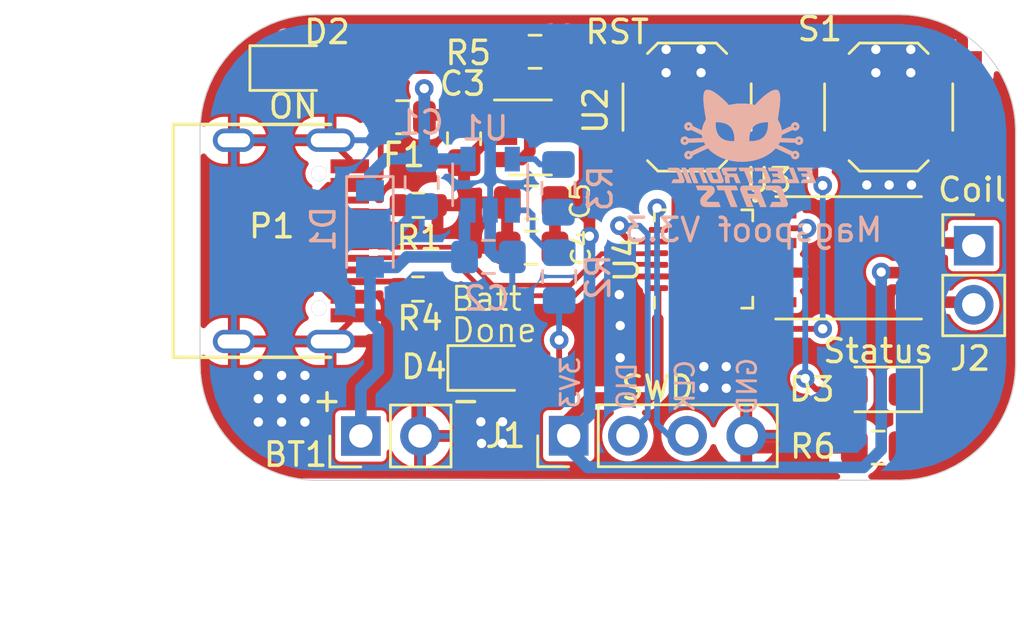
<source format=kicad_pcb>
(kicad_pcb (version 20221018) (generator pcbnew)
  (title_block (title "Magspoof V3") (date "2020-02-04") (rev "3.3v") (company "Electronic Cats") (comment 1 "Eduardo Contreras"))
  (layers (0 "F.Cu" signal) (31 "B.Cu" signal) (34 "B.Paste" user) (35 "F.Paste" user) (36 "B.SilkS" user "B.Silkscreen") (37 "F.SilkS" user "F.Silkscreen") (38 "B.Mask" user) (39 "F.Mask" user) (44 "Edge.Cuts" user))
  (net 0 "")
  (net 1 "GND")
  (net 2 "+3V3")
  (net 3 "VBUS")
  (net 4 "/LED")
  (net 5 "Net-(D2-Pad1)")
  (net 6 "/D+")
  (net 7 "/D-")
  (net 8 "/SWCLK")
  (net 9 "/SWDIO")
  (net 10 "/Out_B")
  (net 11 "/Out_A")
  (net 12 "/RST")
  (net 13 "/SW1")
  (net 14 "/IN_B")
  (net 15 "/IN_A")
  (net 16 "Net-(U3-Pad8)")
  (net 17 "Net-(U3-Pad1)")
  (net 18 "+BATT")
  (net 19 "Net-(D4-Pad2)")
  (net 20 "Net-(D3-Pad1)")
  (net 21 "Net-(R2-Pad1)")
  (net 22 "Net-(U2-Pad4)")
  (net 23 "Net-(U4-Pad17)")
  (net 24 "Net-(U4-Pad16)")
  (net 25 "Net-(U4-Pad15)")
  (net 26 "Net-(U4-Pad14)")
  (net 27 "Net-(U4-Pad13)")
  (net 28 "Net-(U4-Pad12)")
  (net 29 "Net-(U4-Pad10)")
  (net 30 "Net-(U4-Pad9)")
  (net 31 "Net-(U4-Pad6)")
  (net 32 "Net-(U4-Pad5)")
  (net 33 "Net-(U4-Pad4)")
  (net 34 "Net-(U4-Pad3)")
  (net 35 "Net-(U4-Pad2)")
  (net 36 "Net-(F1-Pad1)")
  (net 37 "Net-(P1-PadB5)")
  (net 38 "Net-(P1-PadA5)")
  (net 39 "Net-(R3-Pad1)")
  (footprint "LED_SMD:LED_0805_2012Metric_Pad1.15x1.40mm_HandSolder" (layer "F.Cu") (at 111.5 92.3)
    (fp_text reference "D2" (at 1.45 -1.55) (layer "F.SilkS"))
    (fp_text value "ON" (at 0 1.65) (layer "F.SilkS"))
    (pad "1" smd roundrect (at -1.025 0) (size 1.15 1.4) (layers "F.Cu" "F.Paste" "F.Mask") (roundrect_rratio 0.2173904348) (net 5 "Net-(D2-Pad1)"))
    (pad "2" smd roundrect (at 1.025 0) (size 1.15 1.4) (layers "F.Cu" "F.Paste" "F.Mask") (roundrect_rratio 0.2173904348) (net 2 "+3V3"))
  )
  (footprint "Connector_PinHeader_2.54mm:PinHeader_1x04_P2.54mm_Vertical" (layer "F.Cu") (at 123.32 108.09 90)
    (fp_text reference "J1" (at 0 -2.71 180) (layer "F.SilkS"))
    (fp_text value "SWD" (at 2.06 3.81 180) (layer "F.SilkS"))
    (pad "1" thru_hole rect (at 0 0 90) (size 1.7 1.7) (drill 1) (layers "*.Cu" "*.Mask") (net 2 "+3V3"))
    (pad "2" thru_hole oval (at 0 2.54 90) (size 1.7 1.7) (drill 1) (layers "*.Cu" "*.Mask") (net 9 "/SWDIO"))
    (pad "3" thru_hole oval (at 0 5.08 90) (size 1.7 1.7) (drill 1) (layers "*.Cu" "*.Mask") (net 8 "/SWCLK"))
    (pad "4" thru_hole oval (at 0 7.62 90) (size 1.7 1.7) (drill 1) (layers "*.Cu" "*.Mask") (net 1 "GND"))
  )
  (footprint "Connector_PinHeader_2.54mm:PinHeader_1x02_P2.54mm_Vertical" (layer "F.Cu") (at 140.7 99.925)
    (fp_text reference "J2" (at -0.15 4.85) (layer "F.SilkS"))
    (fp_text value "Coil" (at -0.075 -2.4) (layer "F.SilkS"))
    (pad "1" thru_hole rect (at 0 0) (size 1.7 1.7) (drill 1) (layers "*.Cu" "*.Mask") (net 11 "/Out_A"))
    (pad "2" thru_hole oval (at 0 2.54) (size 1.7 1.7) (drill 1) (layers "*.Cu" "*.Mask") (net 10 "/Out_B"))
  )
  (footprint "Resistor_SMD:R_0805_2012Metric_Pad1.15x1.40mm_HandSolder" (layer "F.Cu") (at 136.6 108.6 180)
    (fp_text reference "R6" (at 2.8 0.05 180) (layer "F.SilkS"))
    (fp_text value "180R")
    (pad "1" smd roundrect (at -1.025 0 180) (size 1.15 1.4) (layers "F.Cu" "F.Paste" "F.Mask") (roundrect_rratio 0.2173904348) (net 20 "Net-(D3-Pad1)"))
    (pad "2" smd roundrect (at 1.025 0 180) (size 1.15 1.4) (layers "F.Cu" "F.Paste" "F.Mask") (roundrect_rratio 0.2173904348) (net 1 "GND"))
  )
  (footprint "Connector_PinHeader_2.54mm:PinHeader_1x02_P2.54mm_Vertical" (layer "F.Cu") (at 114.4 108.1 90)
    (fp_text reference "BT1" (at -0.8 -2.8 180) (layer "F.SilkS"))
    (fp_text value "Battery_Cell")
    (pad "1" thru_hole rect (at 0 0 90) (size 1.7 1.7) (drill 1) (layers "*.Cu" "*.Mask") (net 18 "+BATT"))
    (pad "2" thru_hole oval (at 0 2.54 90) (size 1.7 1.7) (drill 1) (layers "*.Cu" "*.Mask") (net 1 "GND"))
  )
  (footprint "LED_SMD:LED_0805_2012Metric_Pad1.15x1.40mm_HandSolder" (layer "F.Cu") (at 119.995 105.18)
    (fp_text reference "D4" (at -2.885 -0.05 180) (layer "F.SilkS"))
    (fp_text value "CHG")
    (pad "1" smd roundrect (at -1.025 0) (size 1.15 1.4) (layers "F.Cu" "F.Paste" "F.Mask") (roundrect_rratio 0.2173904348) (net 1 "GND"))
    (pad "2" smd roundrect (at 1.025 0) (size 1.15 1.4) (layers "F.Cu" "F.Paste" "F.Mask") (roundrect_rratio 0.2173904348) (net 19 "Net-(D4-Pad2)"))
  )
  (footprint "LED_SMD:LED_0805_2012Metric_Pad1.15x1.40mm_HandSolder" (layer "F.Cu") (at 136.6 106.1 180)
    (fp_text reference "D3" (at 2.85 0 180) (layer "F.SilkS"))
    (fp_text value "Status" (at 0 1.65 180) (layer "F.SilkS"))
    (pad "1" smd roundrect (at -1.025 0 180) (size 1.15 1.4) (layers "F.Cu" "F.Paste" "F.Mask") (roundrect_rratio 0.2173904348) (net 20 "Net-(D3-Pad1)"))
    (pad "2" smd roundrect (at 1.025 0 180) (size 1.15 1.4) (layers "F.Cu" "F.Paste" "F.Mask") (roundrect_rratio 0.2173904348) (net 4 "/LED"))
  )
  (footprint "Button_Switch_SMD:SW_SPST_TL3342" (layer "F.Cu") (at 137.05 93.975)
    (fp_text reference "SW1")
    (fp_text value "S1" (at -2.95 -3.35) (layer "F.SilkS"))
    (pad "1" smd rect (at -3.15 -1.9) (size 1.7 1) (layers "F.Cu" "F.Paste" "F.Mask") (net 1 "GND"))
    (pad "1" smd rect (at 3.15 -1.9) (size 1.7 1) (layers "F.Cu" "F.Paste" "F.Mask") (net 1 "GND"))
    (pad "2" smd rect (at -3.15 1.9) (size 1.7 1) (layers "F.Cu" "F.Paste" "F.Mask") (net 13 "/SW1"))
    (pad "2" smd rect (at 3.15 1.9) (size 1.7 1) (layers "F.Cu" "F.Paste" "F.Mask") (net 13 "/SW1"))
  )
  (footprint "Button_Switch_SMD:SW_SPST_TL3342" (layer "F.Cu") (at 128.4 93.975)
    (fp_text reference "SW2")
    (fp_text value "RST" (at -3 -3.225) (layer "F.SilkS"))
    (pad "1" smd rect (at -3.15 -1.9) (size 1.7 1) (layers "F.Cu" "F.Paste" "F.Mask") (net 1 "GND"))
    (pad "1" smd rect (at 3.15 -1.9) (size 1.7 1) (layers "F.Cu" "F.Paste" "F.Mask") (net 1 "GND"))
    (pad "2" smd rect (at -3.15 1.9) (size 1.7 1) (layers "F.Cu" "F.Paste" "F.Mask") (net 12 "/RST"))
    (pad "2" smd rect (at 3.15 1.9) (size 1.7 1) (layers "F.Cu" "F.Paste" "F.Mask") (net 12 "/RST"))
  )
  (footprint "Package_DFN_QFN:QFN-24-1EP_4x4mm_P0.5mm_EP2.6x2.6mm" (layer "F.Cu") (at 129.1075 100.5 90)
    (fp_text reference "U4" (at 0 -3.3 90) (layer "F.SilkS"))
    (fp_text value "ATSAMD11D14A-M")
    (pad "1" smd roundrect (at -1.9375 -1.25 90) (size 0.825 0.25) (layers "F.Cu" "F.Paste" "F.Mask") (net 13 "/SW1"))
    (pad "2" smd roundrect (at -1.9375 -0.75 90) (size 0.825 0.25) (layers "F.Cu" "F.Paste" "F.Mask") (net 35 "Net-(U4-Pad2)"))
    (pad "3" smd roundrect (at -1.9375 -0.25 90) (size 0.825 0.25) (layers "F.Cu" "F.Paste" "F.Mask") (net 34 "Net-(U4-Pad3)"))
    (pad "4" smd roundrect (at -1.9375 0.25 90) (size 0.825 0.25) (layers "F.Cu" "F.Paste" "F.Mask") (net 33 "Net-(U4-Pad4)"))
    (pad "5" smd roundrect (at -1.9375 0.75 90) (size 0.825 0.25) (layers "F.Cu" "F.Paste" "F.Mask") (net 32 "Net-(U4-Pad5)"))
    (pad "6" smd roundrect (at -1.9375 1.25 90) (size 0.825 0.25) (layers "F.Cu" "F.Paste" "F.Mask") (net 31 "Net-(U4-Pad6)"))
    (pad "7" smd roundrect (at -1.25 1.9375 90) (size 0.25 0.825) (layers "F.Cu" "F.Paste" "F.Mask") (net 15 "/IN_A"))
    (pad "8" smd roundrect (at -0.75 1.9375 90) (size 0.25 0.825) (layers "F.Cu" "F.Paste" "F.Mask") (net 14 "/IN_B"))
    (pad "9" smd roundrect (at -0.25 1.9375 90) (size 0.25 0.825) (layers "F.Cu" "F.Paste" "F.Mask") (net 30 "Net-(U4-Pad9)"))
    (pad "10" smd roundrect (at 0.25 1.9375 90) (size 0.25 0.825) (layers "F.Cu" "F.Paste" "F.Mask") (net 29 "Net-(U4-Pad10)"))
    (pad "11" smd roundrect (at 0.75 1.9375 90) (size 0.25 0.825) (layers "F.Cu" "F.Paste" "F.Mask") (net 4 "/LED"))
    (pad "12" smd roundrect (at 1.25 1.9375 90) (size 0.25 0.825) (layers "F.Cu" "F.Paste" "F.Mask") (net 28 "Net-(U4-Pad12)"))
    (pad "13" smd roundrect (at 1.9375 1.25 90) (size 0.825 0.25) (layers "F.Cu" "F.Paste" "F.Mask") (net 27 "Net-(U4-Pad13)"))
    (pad "14" smd roundrect (at 1.9375 0.75 90) (size 0.825 0.25) (layers "F.Cu" "F.Paste" "F.Mask") (net 26 "Net-(U4-Pad14)"))
    (pad "15" smd roundrect (at 1.9375 0.25 90) (size 0.825 0.25) (layers "F.Cu" "F.Paste" "F.Mask") (net 25 "Net-(U4-Pad15)"))
    (pad "16" smd roundrect (at 1.9375 -0.25 90) (size 0.825 0.25) (layers "F.Cu" "F.Paste" "F.Mask") (net 24 "Net-(U4-Pad16)"))
    (pad "17" smd roundrect (at 1.9375 -0.75 90) (size 0.825 0.25) (layers "F.Cu" "F.Paste" "F.Mask") (net 23 "Net-(U4-Pad17)"))
    (pad "18" smd roundrect (at 1.9375 -1.25 90) (size 0.825 0.25) (layers "F.Cu" "F.Paste" "F.Mask") (net 12 "/RST"))
    (pad "19" smd roundrect (at 1.25 -1.9375 90) (size 0.25 0.825) (layers "F.Cu" "F.Paste" "F.Mask") (net 8 "/SWCLK"))
    (pad "20" smd roundrect (at 0.75 -1.9375 90) (size 0.25 0.825) (layers "F.Cu" "F.Paste" "F.Mask") (net 9 "/SWDIO"))
    (pad "21" smd roundrect (at 0.25 -1.9375 90) (size 0.25 0.825) (layers "F.Cu" "F.Paste" "F.Mask") (net 7 "/D-"))
    (pad "22" smd roundrect (at -0.25 -1.9375 90) (size 0.25 0.825) (layers "F.Cu" "F.Paste" "F.Mask") (net 6 "/D+"))
    (pad "23" smd roundrect (at -0.75 -1.9375 90) (size 0.25 0.825) (layers "F.Cu" "F.Paste" "F.Mask") (net 1 "GND"))
    (pad "24" smd roundrect (at -1.25 -1.9375 90) (size 0.25 0.825) (layers "F.Cu" "F.Paste" "F.Mask") (net 2 "+3V3"))
    (pad "25" smd rect (at 0 0 90) (size 2.6 2.6) (layers "F.Cu" "F.Mask"))
  )
  (footprint "Fuse:Fuse_0805_2012Metric" (layer "F.Cu") (at 116.19 94.41)
    (fp_text reference "F1" (at 0.06 1.62) (layer "F.SilkS"))
    (fp_text value "0.5A")
    (pad "1" smd roundrect (at -0.9375 0) (size 0.975 1.4) (layers "F.Cu" "F.Paste" "F.Mask") (net 36 "Net-(F1-Pad1)"))
    (pad "2" smd roundrect (at 0.9375 0) (size 0.975 1.4) (layers "F.Cu" "F.Paste" "F.Mask") (net 3 "VBUS"))
  )
  (footprint "Connectors:C393939" (layer "F.Cu") (at 113.1 99.72 -90)
    (fp_text reference "P1" (at -0.63 2.52 180) (layer "F.SilkS"))
    (fp_text value "USB_C_Plug_USB2.0")
    (pad "" thru_hole circle (at -2.89 0.5 270) (size 0.65 0.65) (drill 0.65) (layers "*.Cu" "*.Mask"))
    (pad "" thru_hole circle (at 2.89 0.5 270) (size 0.65 0.65) (drill 0.65) (layers "*.Cu" "*.Mask"))
    (pad "A1" smd rect (at -3.2 -0.825 270) (size 0.6 1.65) (layers "F.Cu" "F.Paste" "F.Mask") (net 1 "GND"))
    (pad "A1" smd rect (at 3.2 -0.825 270) (size 0.6 1.65) (layers "F.Cu" "F.Paste" "F.Mask") (net 1 "GND"))
    (pad "A4" smd rect (at -2.4 -0.825 270) (size 0.6 1.65) (layers "F.Cu" "F.Paste" "F.Mask") (net 36 "Net-(F1-Pad1)"))
    (pad "A4" smd rect (at 2.4 -0.825 270) (size 0.6 1.65) (layers "F.Cu" "F.Paste" "F.Mask") (net 36 "Net-(F1-Pad1)"))
    (pad "A5" smd rect (at -1.25 -0.825 270) (size 0.3 1.65) (layers "F.Cu" "F.Paste" "F.Mask") (net 38 "Net-(P1-PadA5)"))
    (pad "A6" smd rect (at -0.25 -0.825 270) (size 0.3 1.65) (layers "F.Cu" "F.Paste" "F.Mask") (net 6 "/D+"))
    (pad "A6" smd rect (at 0.75 -0.825 270) (size 0.3 1.65) (layers "F.Cu" "F.Paste" "F.Mask") (net 6 "/D+"))
    (pad "A7" smd rect (at -0.75 -0.825 270) (size 0.3 1.65) (layers "F.Cu" "F.Paste" "F.Mask") (net 7 "/D-"))
    (pad "A7" smd rect (at 0.25 -0.825 270) (size 0.3 1.65) (layers "F.Cu" "F.Paste" "F.Mask") (net 7 "/D-"))
    (pad "A8" smd rect (at -1.75 -0.825 270) (size 0.3 1.65) (layers "F.Cu" "F.Paste" "F.Mask"))
    (pad "B5" smd rect (at 1.75 -0.825 270) (size 0.3 1.65) (layers "F.Cu" "F.Paste" "F.Mask") (net 37 "Net-(P1-PadB5)"))
    (pad "B8" smd rect (at 1.25 -0.825 270) (size 0.3 1.65) (layers "F.Cu" "F.Paste" "F.Mask"))
    (pad "S1" thru_hole oval (at -4.32 0 270) (size 1 2.1) (drill oval 0.6 1.7) (layers "*.Cu" "*.Mask") (net 1 "GND"))
    (pad "S1" thru_hole oval (at -4.32 4.15 270) (size 1 1.8) (drill oval 0.6 1.4) (layers "*.Cu" "*.Mask") (net 1 "GND"))
    (pad "S1" thru_hole oval (at 4.32 0 270) (size 1 2.1) (drill oval 0.6 1.7) (layers "*.Cu" "*.Mask") (net 1 "GND"))
    (pad "S1" thru_hole oval (at 4.32 4.15 270) (size 1 1.8) (drill oval 0.6 1.4) (layers "*.Cu" "*.Mask") (net 1 "GND"))
  )
  (footprint "Resistor_SMD:R_0603_1608Metric" (layer "F.Cu") (at 116.865 98.19 180)
    (fp_text reference "R1" (at -0.045 -1.41) (layer "F.SilkS"))
    (fp_text value "5.1k")
    (pad "1" smd roundrect (at -0.825 0 180) (size 0.8 0.95) (layers "F.Cu" "F.Paste" "F.Mask") (net 1 "GND"))
    (pad "2" smd roundrect (at 0.825 0 180) (size 0.8 0.95) (layers "F.Cu" "F.Paste" "F.Mask") (net 38 "Net-(P1-PadA5)"))
  )
  (footprint "Capacitor_SMD:C_0805_2012Metric_Pad1.15x1.40mm_HandSolder" (layer "F.Cu") (at 121.71 98.07 180)
    (fp_text reference "C5" (at -2.1 0.05 90) (layer "F.SilkS") (effects (font (size 0.8 0.8) (thickness 0.12))))
    (fp_text value "0.1uF")
    (pad "1" smd roundrect (at -1.025 0 180) (size 1.15 1.4) (layers "F.Cu" "F.Paste" "F.Mask") (roundrect_rratio 0.2173904348) (net 2 "+3V3"))
    (pad "2" smd roundrect (at 1.025 0 180) (size 1.15 1.4) (layers "F.Cu" "F.Paste" "F.Mask") (roundrect_rratio 0.2173904348) (net 1 "GND"))
  )
  (footprint "Capacitor_SMD:C_0805_2012Metric_Pad1.15x1.40mm_HandSolder" (layer "F.Cu") (at 118.83 95.335 -90)
    (fp_text reference "C3" (at -2.365 0.06 180) (layer "F.SilkS"))
    (fp_text value "10uF")
    (pad "1" smd roundrect (at -1.025 0 270) (size 1.15 1.4) (layers "F.Cu" "F.Paste" "F.Mask") (roundrect_rratio 0.2173904348) (net 3 "VBUS"))
    (pad "2" smd roundrect (at 1.025 0 270) (size 1.15 1.4) (layers "F.Cu" "F.Paste" "F.Mask") (roundrect_rratio 0.2173904348) (net 1 "GND"))
  )
  (footprint "Capacitor_SMD:C_0805_2012Metric_Pad1.15x1.40mm_HandSolder" (layer "F.Cu") (at 121.705 100.02 180)
    (fp_text reference "C4" (at -2.15 0 90) (layer "F.SilkS") (effects (font (size 0.8 0.8) (thickness 0.12))))
    (fp_text value "10uF")
    (pad "1" smd roundrect (at -1.025 0 180) (size 1.15 1.4) (layers "F.Cu" "F.Paste" "F.Mask") (roundrect_rratio 0.2173904348) (net 2 "+3V3"))
    (pad "2" smd roundrect (at 1.025 0 180) (size 1.15 1.4) (layers "F.Cu" "F.Paste" "F.Mask") (roundrect_rratio 0.2173904348) (net 1 "GND"))
  )
  (footprint "Resistor_SMD:R_0603_1608Metric" (layer "F.Cu") (at 116.85 101.79 180)
    (fp_text reference "R4" (at -0.09 -1.26) (layer "F.SilkS"))
    (fp_text value "5.1k")
    (pad "1" smd roundrect (at -0.825 0 180) (size 0.8 0.95) (layers "F.Cu" "F.Paste" "F.Mask") (net 1 "GND"))
    (pad "2" smd roundrect (at 0.825 0 180) (size 0.8 0.95) (layers "F.Cu" "F.Paste" "F.Mask") (net 37 "Net-(P1-PadB5)"))
  )
  (footprint "Resistor_SMD:R_0805_2012Metric_Pad1.15x1.40mm_HandSolder" (layer "F.Cu") (at 121.875 91.6)
    (fp_text reference "R5" (at -2.865 0.05) (layer "F.SilkS"))
    (fp_text value "180R")
    (pad "1" smd roundrect (at -1.025 0) (size 1.15 1.4) (layers "F.Cu" "F.Paste" "F.Mask") (roundrect_rratio 0.2173904348) (net 5 "Net-(D2-Pad1)"))
    (pad "2" smd roundrect (at 1.025 0) (size 1.15 1.4) (layers "F.Cu" "F.Paste" "F.Mask") (roundrect_rratio 0.2173904348) (net 1 "GND"))
  )
  (footprint "Package_TO_SOT_SMD:SOT-23-5" (layer "F.Cu") (at 121.68 95.28)
    (fp_text reference "U2" (at 2.79 -1.16 270) (layer "F.SilkS"))
    (fp_text value "AP2112K-3.3")
    (pad "1" smd rect (at -1.1 -0.95) (size 1.06 0.65) (layers "F.Cu" "F.Paste" "F.Mask") (net 3 "VBUS"))
    (pad "2" smd rect (at -1.1 0) (size 1.06 0.65) (layers "F.Cu" "F.Paste" "F.Mask") (net 1 "GND"))
    (pad "3" smd rect (at -1.1 0.95) (size 1.06 0.65) (layers "F.Cu" "F.Paste" "F.Mask") (net 3 "VBUS"))
    (pad "4" smd rect (at 1.1 0.95) (size 1.06 0.65) (layers "F.Cu" "F.Paste" "F.Mask") (net 22 "Net-(U2-Pad4)"))
    (pad "5" smd rect (at 1.1 -0.95) (size 1.06 0.65) (layers "F.Cu" "F.Paste" "F.Mask") (net 2 "+3V3"))
  )
  (footprint "magspoof:TC4424EMF" (layer "F.Cu") (at 135.33 100.45)
    (fp_text reference "U3" (at -3.43 -3.33) (layer "F.SilkS"))
    (fp_text value "TC4424")
    (pad "1" smd rect (at -2.771402 -1.905) (size 1.0668 0.4318) (layers "F.Cu" "F.Paste" "F.Mask") (net 17 "Net-(U3-Pad1)"))
    (pad "2" smd rect (at -2.771402 -0.635) (size 1.0668 0.4318) (layers "F.Cu" "F.Paste" "F.Mask") (net 14 "/IN_B"))
    (pad "3" smd rect (at -2.771402 0.635) (size 1.0668 0.4318) (layers "F.Cu" "F.Paste" "F.Mask") (net 1 "GND"))
    (pad "4" smd rect (at -2.771402 1.905) (size 1.0668 0.4318) (layers "F.Cu" "F.Paste" "F.Mask") (net 15 "/IN_A"))
    (pad "5" smd rect (at 2.771402 1.905) (size 1.0668 0.4318) (layers "F.Cu" "F.Paste" "F.Mask") (net 10 "/Out_B"))
    (pad "6" smd rect (at 2.771402 0.635) (size 1.0668 0.4318) (layers "F.Cu" "F.Paste" "F.Mask") (net 2 "+3V3"))
    (pad "7" smd rect (at 2.771402 -0.635) (size 1.0668 0.4318) (layers "F.Cu" "F.Paste" "F.Mask") (net 11 "/Out_A"))
    (pad "8" smd rect (at 2.771402 -1.905) (size 1.0668 0.4318) (layers "F.Cu" "F.Paste" "F.Mask") (net 16 "Net-(U3-Pad8)"))
  )
  (footprint "Aesthetics:electronic_cats_logo_4x3" (layer "B.Cu") (at 130.75 95.75 180)
    (fp_text reference "G***" hide)
    (fp_text value "LOGO" hide)
  )
  (footprint "Capacitor_SMD:C_0805_2012Metric_Pad1.15x1.40mm_HandSolder" (layer "B.Cu") (at 117.01 97.22 -90)
    (fp_text reference "C1" (at -2.58 0.03 180) (layer "B.SilkS") (effects (justify mirror)))
    (fp_text value "10uF")
    (pad "1" smd roundrect (at -1.025 0 270) (size 1.15 1.4) (layers "B.Cu" "B.Paste" "B.Mask") (roundrect_rratio 0.2173904348) (net 3 "VBUS"))
    (pad "2" smd roundrect (at 1.025 0 270) (size 1.15 1.4) (layers "B.Cu" "B.Paste" "B.Mask") (roundrect_rratio 0.2173904348) (net 1 "GND"))
  )
  (footprint "Capacitor_SMD:C_0805_2012Metric_Pad1.15x1.40mm_HandSolder" (layer "B.Cu") (at 119.875 100.41)
    (fp_text reference "C2" (at -0.065 1.78) (layer "B.SilkS") (effects (justify mirror)))
    (fp_text value "10uF")
    (pad "1" smd roundrect (at -1.025 0) (size 1.15 1.4) (layers "B.Cu" "B.Paste" "B.Mask") (roundrect_rratio 0.2173904348) (net 18 "+BATT"))
    (pad "2" smd roundrect (at 1.025 0) (size 1.15 1.4) (layers "B.Cu" "B.Paste" "B.Mask") (roundrect_rratio 0.2173904348) (net 1 "GND"))
  )
  (footprint "Resistor_SMD:R_0805_2012Metric_Pad1.15x1.40mm_HandSolder" (layer "B.Cu") (at 122.88 97.465 -90)
    (fp_text reference "R3" (at 0 -1.8 270) (layer "B.SilkS") (effects (justify mirror)))
    (fp_text value "2K")
    (pad "1" smd roundrect (at -1.025 0 270) (size 1.15 1.4) (layers "B.Cu" "B.Paste" "B.Mask") (roundrect_rratio 0.2173904348) (net 39 "Net-(R3-Pad1)"))
    (pad "2" smd roundrect (at 1.025 0 270) (size 1.15 1.4) (layers "B.Cu" "B.Paste" "B.Mask") (roundrect_rratio 0.2173904348) (net 1 "GND"))
  )
  (footprint "Package_TO_SOT_SMD:SOT-23-5" (layer "B.Cu") (at 119.95 97.31 90)
    (fp_text reference "U1" (at 2.42 -0.22) (layer "B.SilkS") (effects (justify mirror)))
    (fp_text value "MCP73831")
    (pad "1" smd rect (at -1.1 0.95 90) (size 1.06 0.65) (layers "B.Cu" "B.Paste" "B.Mask") (net 21 "Net-(R2-Pad1)"))
    (pad "2" smd rect (at -1.1 0 90) (size 1.06 0.65) (layers "B.Cu" "B.Paste" "B.Mask") (net 1 "GND"))
    (pad "3" smd rect (at -1.1 -0.95 90) (size 1.06 0.65) (layers "B.Cu" "B.Paste" "B.Mask") (net 18 "+BATT"))
    (pad "4" smd rect (at 1.1 -0.95 90) (size 1.06 0.65) (layers "B.Cu" "B.Paste" "B.Mask") (net 3 "VBUS"))
    (pad "5" smd rect (at 1.1 0.95 90) (size 1.06 0.65) (layers "B.Cu" "B.Paste" "B.Mask") (net 39 "Net-(R3-Pad1)"))
  )
  (footprint "Diode_SMD:D_SOD-123" (layer "B.Cu") (at 114.79 99.21 -90)
    (fp_text reference "D1" (at 0 2 270) (layer "B.SilkS") (effects (justify mirror)))
    (fp_text value "MBR120")
    (pad "1" smd rect (at -1.65 0 270) (size 0.9 1.2) (layers "B.Cu" "B.Paste" "B.Mask") (net 3 "VBUS"))
    (pad "2" smd rect (at 1.65 0 270) (size 0.9 1.2) (layers "B.Cu" "B.Paste" "B.Mask") (net 18 "+BATT"))
  )
  (footprint "Resistor_SMD:R_0805_2012Metric_Pad1.15x1.40mm_HandSolder" (layer "B.Cu") (at 122.91 101.25 -90)
    (fp_text reference "R2" (at 0.025 -1.67 270) (layer "B.SilkS") (effects (justify mirror)))
    (fp_text value "470")
    (pad "1" smd roundrect (at -1.025 0 270) (size 1.15 1.4) (layers "B.Cu" "B.Paste" "B.Mask") (roundrect_rratio 0.2173904348) (net 21 "Net-(R2-Pad1)"))
    (pad "2" smd roundrect (at 1.025 0 270) (size 1.15 1.4) (layers "B.Cu" "B.Paste" "B.Mask") (roundrect_rratio 0.2173904348) (net 19 "Net-(D4-Pad2)"))
  )
  (gr_line (start 107.5 95) (end 107.5 105) (stroke (width 0.05)) (layer "Edge.Cuts"))
  (gr_arc (start 112.5 110) (mid 108.964466 108.535534) (end 107.5 105) (stroke (width 0.05)) (layer "Edge.Cuts"))
  (gr_arc (start 107.5 95) (mid 108.964466 91.464466) (end 112.5 90) (stroke (width 0.05)) (layer "Edge.Cuts"))
  (gr_line (start 112.5 110) (end 137.5 110) (stroke (width 0.05)) (layer "Edge.Cuts"))
  (gr_line (start 142.5 105) (end 142.5 95) (stroke (width 0.05)) (layer "Edge.Cuts"))
  (gr_line (start 137.5 90) (end 112.5 90) (stroke (width 0.05)) (layer "Edge.Cuts"))
  (gr_arc (start 137.5 90) (mid 141.035534 91.464466) (end 142.5 95) (stroke (width 0.05)) (layer "Edge.Cuts"))
  (gr_arc (start 142.5 105) (mid 141.035534 108.535534) (end 137.5 110) (stroke (width 0.05)) (layer "Edge.Cuts"))
  (gr_text "DIO" (at 125.82 105.96 90) (layer "B.SilkS") (effects (font (size 0.8 0.8) (thickness 0.12)) (justify mirror)))
  (gr_text "CLK" (at 128.31 105.96 90) (layer "B.SilkS") (effects (font (size 0.8 0.8) (thickness 0.12)) (justify mirror)))
  (gr_text "GND" (at 130.98 105.96 90) (layer "B.SilkS") (effects (font (size 0.8 0.8) (thickness 0.12)) (justify mirror)))
  (gr_text "Magspoof V3.3" (at 131.25 99.25) (layer "B.SilkS") (effects (font (size 1 1)) (justify mirror)))
  (gr_text "3V3" (at 123.39 105.81 90) (layer "B.SilkS") (effects (font (size 0.8 0.8) (thickness 0.12)) (justify mirror)))
  (gr_text "Done" (at 120.12 103.56) (layer "F.SilkS") (effects (font (size 1 1) (thickness 0.12))))
  (gr_text "Batt" (at 119.79 102.21) (layer "F.SilkS") (effects (font (size 1 1) (thickness 0.12))))
  (gr_text "+" (at 112.95 106.55) (layer "F.SilkS") (effects (font (size 1 1))))
  (gr_text "-" (at 118.9 106.55) (layer "F.SilkS") (effects (font (size 1 1))))
  (segment (start 116.94 108.09) (end 116.73 107.88) (width 0.5) (layer "F.Cu") (net 1))
  (segment (start 117.24 105.39) (end 118.76 105.39) (width 0.5) (layer "F.Cu") (net 1))
  (segment (start 116.82 105.84) (end 116.82 105.81) (width 0.5) (layer "F.Cu") (net 1))
  (segment (start 131.19 108.6) (end 135.575 108.6) (width 0.5) (layer "F.Cu") (net 1))
  (segment (start 125.94 101.25) (end 125.46 101.73) (width 0.25) (layer "F.Cu") (net 1))
  (segment (start 140.15 92.1) (end 138.4 92.1) (width 0.3) (layer "F.Cu") (net 1))
  (segment (start 128.3575 101.25) (end 129.1075 100.5) (width 0.25) (layer "F.Cu") (net 1))
  (segment (start 108.95 105.2) (end 109.25 105.5) (width 0.5) (layer "F.Cu") (net 1))
  (segment (start 127.17 101.25) (end 128.3575 101.25) (width 0.25) (layer "F.Cu") (net 1))
  (segment (start 116.82 105.81) (end 117.24 105.39) (width 0.5) (layer "F.Cu") (net 1))
  (segment (start 113.1 105.24) (end 113.1 104.04) (width 0.25) (layer "F.Cu") (net 1))
  (segment (start 112.84 105.5) (end 113.1 105.24) (width 0.25) (layer "F.Cu") (net 1))
  (segment (start 109.25 105.5) (end 110 105.5) (width 0.5) (layer "F.Cu") (net 1))
  (segment (start 116.94 108.1) (end 116.94 108.09) (width 0.5) (layer "F.Cu") (net 1))
  (segment (start 130.94 108.35) (end 131.19 108.6) (width 0.5) (layer "F.Cu") (net 1))
  (segment (start 120.68 100.02) (end 120.68 98.075) (width 0.5) (layer "F.Cu") (net 1))
  (segment (start 130.94 108.09) (end 130.94 108.35) (width 0.5) (layer "F.Cu") (net 1))
  (segment (start 124.12 91.6) (end 122.9 91.6) (width 0.5) (layer "F.Cu") (net 1))
  (segment (start 108.95 104.04) (end 108.95 105.2) (width 0.5) (layer "F.Cu") (net 1))
  (segment (start 110 107.5) (end 111 107.5) (width 0.3) (layer "F.Cu") (net 1))
  (segment (start 113.925 103.215) (end 113.1 104.04) (width 0.25) (layer "F.Cu") (net 1))
  (segment (start 118.76 105.39) (end 118.97 105.18) (width 0.5) (layer "F.Cu") (net 1))
  (segment (start 120.68 98.075) (end 120.685 98.07) (width 0.5) (layer "F.Cu") (net 1))
  (segment (start 116.82 104.97) (end 116.82 105.84) (width 0.5) (layer "F.Cu") (net 1))
  (segment (start 118.59 98.19) (end 117.69 98.19) (width 0.5) (layer "F.Cu") (net 1))
  (segment (start 131.55 92.075) (end 129.575 92.075) (width 0.3) (layer "F.Cu") (net 1))
  (segment (start 113.925 96.52) (end 113.925 96.225) (width 0.25) (layer "F.Cu") (net 1))
  (segment (start 124.595 92.075) (end 124.12 91.6) (width 0.5) (layer "F.Cu") (net 1))
  (segment (start 129 91.5) (end 127.5 91.5) (width 0.3) (layer "F.Cu") (net 1))
  (segment (start 119.91 95.28) (end 118.83 96.36) (width 0.5) (layer "F.Cu") (net 1))
  (segment (start 136.5 92.5) (end 136.5 91.5) (width 0.3) (layer "F.Cu") (net 1))
  (segment (start 113.925 102.92) (end 113.925 103.215) (width 0.25) (layer "F.Cu") (net 1))
  (segment (start 118.83 96.36) (end 118.83 97.95) (width 0.5) (layer "F.Cu") (net 1))
  (segment (start 125.25 92.075) (end 124.595 92.075) (width 0.5) (layer "F.Cu") (net 1))
  (segment (start 111 106.5) (end 110 106.5) (width 0.3) (layer "F.Cu") (net 1))
  (segment (start 108.95 95.4) (end 113.1 95.4) (width 0.25) (layer "F.Cu") (net 1))
  (segment (start 112.25 106.5) (end 112 106.5) (width 0.3) (layer "F.Cu") (net 1))
  (segment (start 127.5 92.5) (end 129 92.5) (width 0.3) (layer "F.Cu") (net 1))
  (segment (start 116.82 105.84) (end 116.82 107.98) (width 0.5) (layer "F.Cu") (net 1))
  (segment (start 120.58 95.28) (end 119.91 95.28) (width 0.5) (layer "F.Cu") (net 1))
  (segment (start 118.83 97.95) (end 118.59 98.19) (width 0.5) (layer "F.Cu") (net 1))
  (segment (start 112 105.5) (end 112.84 105.5) (width 0.25) (layer "F.Cu") (net 1))
  (segment (start 113.925 96.225) (end 113.1 95.4) (width 0.25) (layer "F.Cu") (net 1))
  (segment (start 112 105.5) (end 111 105.5) (width 0.3) (layer "F.Cu") (net 1))
  (segment (start 132.558598 101.085) (end 134.655 101.085) (width 0.25) (layer "F.Cu") (net 1))
  (segment (start 112.3 106.55) (end 112.25 106.5) (width 0.3) (layer "F.Cu") (net 1))
  (segment (start 127.17 101.25) (end 125.94 101.25) (width 0.25) (layer "F.Cu") (net 1))
  (segment (start 116.82 104.025) (end 116.82 104.97) (width 0.5) (layer "F.Cu") (net 1))
  (segment (start 116.82 104.97) (end 117.24 105.39) (width 0.5) (layer "F.Cu") (net 1))
  (segment (start 116.82 107.98) (end 116.94 108.1) (width 0.5) (layer "F.Cu") (net 1))
  (segment (start 138.425 92.075) (end 138 92.5) (width 0.3) (layer "F.Cu") (net 1))
  (segment (start 138.4 92.1) (end 138 92.5) (width 0.3) (layer "F.Cu") (net 1))
  (segment (start 112 106.5) (end 111 106.5) (width 0.3) (layer "F.Cu") (net 1))
  (segment (start 140.2 92.075) (end 138.425 92.075) (width 0.3) (layer "F.Cu") (net 1))
  (via (at 129.12 105.12) (size 0.8) (drill 0.4) (layers "F.Cu" "B.Cu") (net 1))
  (via (at 125.53 104.74) (size 0.8) (drill 0.4) (layers "F.Cu" "B.Cu") (net 1))
  (via (at 111 107.5) (size 0.8) (drill 0.4) (layers "F.Cu" "B.Cu") (net 1))
  (via (at 136.5 92.5) (size 0.8) (drill 0.4) (layers "F.Cu" "B.Cu") (net 1))
  (via (at 111 105.5) (size 0.8) (drill 0.4) (layers "F.Cu" "B.Cu") (net 1))
  (via (at 137.07 97.32) (size 0.8) (drill 0.4) (layers "F.Cu" "B.Cu") (net 1))
  (via (at 129 91.5) (size 0.8) (drill 0.4) (layers "F.Cu" "B.Cu") (net 1))
  (via (at 129 92.5) (size 0.8) (drill 0.4) (layers "F.Cu" "B.Cu") (net 1))
  (via (at 110 105.5) (size 0.8) (drill 0.4) (layers "F.Cu" "B.Cu") (net 1))
  (via (at 129.12 106.02) (size 0.8) (drill 0.4) (layers "F.Cu" "B.Cu") (net 1))
  (via (at 127.5 92.5) (size 0.8) (drill 0.4) (layers "F.Cu" "B.Cu") (net 1))
  (via (at 119.58 108.42) (size 0.8) (drill 0.4) (layers "F.Cu" "B.Cu") (net 1))
  (via (at 125.53 103.36) (size 0.8) (drill 0.4) (layers "F.Cu" "B.Cu") (net 1))
  (via (at 130.08 106.05) (size 0.8) (drill 0.4) (layers "F.Cu" "B.Cu") (net 1))
  (via (at 120.48 107.49) (size 0.8) (drill 0.4) (layers "F.Cu" "B.Cu") (net 1))
  (via (at 120.48 108.42) (size 0.8) (drill 0.4) (layers "F.Cu" "B.Cu") (net 1))
  (via (at 110 107.5) (size 0.8) (drill 0.4) (layers "F.Cu" "B.Cu") (net 1))
  (via (at 138.03 97.32) (size 0.8) (drill 0.4) (layers "F.Cu" "B.Cu") (net 1))
  (via (at 112 105.5) (size 0.8) (drill 0.4) (layers "F.Cu" "B.Cu") (net 1))
  (via (at 138 91.5) (size 0.8) (drill 0.4) (layers "F.Cu" "B.Cu") (net 1))
  (via (at 119.55 107.49) (size 0.8) (drill 0.4) (layers "F.Cu" "B.Cu") (net 1))
  (via (at 125.49 102.03) (size 0.8) (drill 0.4) (layers "F.Cu" "B.Cu") (net 1))
  (via (at 136.5 91.5) (size 0.8) (drill 0.4) (layers "F.Cu" "B.Cu") (net 1))
  (via (at 127.5 91.5) (size 0.8) (drill 0.4) (layers "F.Cu" "B.Cu") (net 1))
  (via (at 136.11 97.32) (size 0.8) (drill 0.4) (layers "F.Cu" "B.Cu") (net 1))
  (via (at 112 106.5) (size 0.8) (drill 0.4) (layers "F.Cu" "B.Cu") (net 1))
  (via (at 138 92.5) (size 0.8) (drill 0.4) (layers "F.Cu" "B.Cu") (net 1))
  (via (at 112 107.5) (size 0.8) (drill 0.4) (layers "F.Cu" "B.Cu") (net 1))
  (via (at 110 106.5) (size 0.8) (drill 0.4) (layers "F.Cu" "B.Cu") (net 1))
  (via (at 111 106.5) (size 0.8) (drill 0.4) (layers "F.Cu" "B.Cu") (net 1))
  (via (at 130.08 105.12) (size 0.8) (drill 0.4) (layers "F.Cu" "B.Cu") (net 1))
  (segment (start 111 107.5) (end 112 107.5) (width 0.3) (layer "B.Cu") (net 1))
  (segment (start 112 106.5) (end 112 105.5) (width 0.3) (layer "B.Cu") (net 1))
  (segment (start 127.5 91.5) (end 127.5 92.5) (width 0.3) (layer "B.Cu") (net 1))
  (segment (start 123.63 94.32) (end 120.845 94.32) (width 0.5) (layer "B.Cu") (net 1))
  (segment (start 117.01 98.245) (end 115.485 99.77) (width 0.5) (layer "B.Cu") (net 1))
  (segment (start 119.95 100.18) (end 120.18 100.41) (width 0.5) (layer "B.Cu") (net 1))
  (segment (start 122.88 98.49) (end 123.87 98.49) (width 0.5) (layer "B.Cu") (net 1))
  (segment (start 124.17 98.19) (end 124.17 94.86) (width 0.5) (layer "B.Cu") (net 1))
  (segment (start 111 105.5) (end 110 105.5) (width 0.3) (layer "B.Cu") (net 1))
  (segment (start 119.95 98.41) (end 119.95 100.18) (width 0.5) (layer "B.Cu") (net 1))
  (segment (start 138 92.5) (end 136.5 92.5) (width 0.3) (layer "B.Cu") (net 1))
  (segment (start 123.87 98.49) (end 124.17 98.19) (width 0.5) (layer "B.Cu") (net 1))
  (segment (start 129.5 92) (end 129 91.5) (width 0.3) (layer "B.Cu") (net 1))
  (segment (start 110 106.5) (end 110 107.5) (width 0.3) (layer "B.Cu") (net 1))
  (segment (start 110 106.5) (end 111 106.5) (width 0.3) (layer "B.Cu") (net 1))
  (segment (start 111 106.5) (end 112 106.5) (width 0.3) (layer "B.Cu") (net 1))
  (segment (start 120.18 100.41) (end 120.9 100.41) (width 0.5) (layer "B.Cu") (net 1))
  (segment (start 136.5 91.5) (end 138 91.5) (width 0.3) (layer "B.Cu") (net 1))
  (segment (start 124.17 94.86) (end 123.63 94.32) (width 0.5) (layer "B.Cu") (net 1))
  (segment (start 123.539998 94.33) (end 122.78 94.33) (width 0.5) (layer "F.Cu") (net 2))
  (segment (start 124.22 106.47) (end 126.75 106.47) (width 0.5) (layer "F.Cu") (net 2))
  (segment (start 123.45 98.07) (end 123.99 98.61) (width 0.5) (layer "F.Cu") (net 2))
  (segment (start 123.12 98.07) (end 123.54 97.65) (width 0.5) (layer "F.Cu") (net 2))
  (segment (start 127.17 103.05) (end 127.14 103.08) (width 0.25) (layer "F.Cu") (net 2))
  (segment (start 123.32 108.09) (end 123.32 107.37) (width 0.5) (layer "F.Cu") (net 2))
  (segment (start 123.99 98.1) (end 123.78 97.89) (width 0.5) (layer "F.Cu") (net 2))
  (segment (start 123.54 97.65) (end 123.999999 97.190001) (width 0.5) (layer "F.Cu") (net 2))
  (segment (start 124.210663 97.400665) (end 123.999999 97.190001) (width 0.5) (layer "F.Cu") (net 2))
  (segment (start 122.73 100.02) (end 122.73 98.075) (width 0.5) (layer "F.Cu") (net 2))
  (segment (start 124.210663 98.830663) (end 124.210663 99.519337) (width 0.5) (layer "F.Cu") (net 2))
  (segment (start 123.999999 97.190001) (end 123.999999 97.670001) (width 0.5) (layer "F.Cu") (net 2))
  (segment (start 124.210663 98.830663) (end 124.210663 97.400665) (width 0.5) (layer "F.Cu") (net 2))
  (segment (start 122.735 98.07) (end 123.45 98.07) (width 0.5) (layer "F.Cu") (net 2))
  (segment (start 123.78 97.89) (end 123.54 97.65) (width 0.5) (layer "F.Cu") (net 2))
  (segment (start 123.32 107.37) (end 124.22 106.47) (width 0.5) (layer "F.Cu") (net 2))
  (segment (start 123.99 98.61) (end 124.210663 98.830663) (width 0.5) (layer "F.Cu") (net 2))
  (segment (start 138.101402 101.085) (end 136.755 101.085) (width 0.5) (layer "F.Cu") (net 2))
  (segment (start 122.4 93.24) (end 122.78 93.62) (width 0.5) (layer "F.Cu") (net 2))
  (segment (start 136.755 101.085) (end 136.73 101.06) (width 0.5) (layer "F.Cu") (net 2))
  (segment (start 126.75 106.47) (end 127.14 106.08) (width 0.5) (layer "F.Cu") (net 2))
  (segment (start 127.17 101.75) (end 127.17 103.05) (width 0.25) (layer "F.Cu") (net 2))
  (segment (start 118.65 93.24) (end 122.4 93.24) (width 0.5) (layer "F.Cu") (net 2))
  (segment (start 123.999999 94.790001) (end 123.539998 94.33) (width 0.5) (layer "F.Cu") (net 2))
  (segment (start 123.99 98.61) (end 123.99 98.1) (width 0.5) (layer "F.Cu") (net 2))
  (segment (start 112.525 92.3) (end 117.71 92.3) (width 0.5) (layer "F.Cu") (net 2))
  (segment (start 123.999999 97.190001) (end 123.999999 94.790001) (width 0.5) (layer "F.Cu") (net 2))
  (segment (start 122.78 93.62) (end 122.78 94.33) (width 0.5) (layer "F.Cu") (net 2))
  (segment (start 122.73 98.075) (end 122.735 98.07) (width 0.5) (layer "F.Cu") (net 2))
  (segment (start 123.999999 97.670001) (end 123.78 97.89) (width 0.5) (layer "F.Cu") (net 2))
  (segment (start 122.735 98.07) (end 123.12 98.07) (width 0.5) (layer "F.Cu") (net 2))
  (segment (start 127.14 106.08) (end 127.14 103.08) (width 0.5) (layer "F.Cu") (net 2))
  (segment (start 117.71 92.3) (end 118.65 93.24) (width 0.5) (layer "F.Cu") (net 2))
  (via (at 136.73 101.06) (size 0.8) (drill 0.4) (layers "F.Cu" "B.Cu") (net 2))
  (via (at 124.210663 99.519337) (size 0.8) (drill 0.4) (layers "F.Cu" "B.Cu") (net 2))
  (segment (start 124.210663 99.519337) (end 124.210663 107.199337) (width 0.5) (layer "B.Cu") (net 2))
  (segment (start 123.32 108.09) (end 123.32 108.64) (width 0.5) (layer "B.Cu") (net 2))
  (segment (start 123.32 108.64) (end 124.13 109.45) (width 0.5) (layer "B.Cu") (net 2))
  (segment (start 136.73 101.06) (end 136.73 108.69) (width 0.5) (layer "B.Cu") (net 2))
  (segment (start 124.210663 107.199337) (end 123.32 108.09) (width 0.5) (layer "B.Cu") (net 2))
  (segment (start 136.73 108.69) (end 135.97 109.45) (width 0.5) (layer "B.Cu") (net 2))
  (segment (start 124.13 109.45) (end 135.97 109.45) (width 0.5) (layer "B.Cu") (net 2))
  (segment (start 121.65 94.71) (end 121.27 94.33) (width 0.5) (layer "F.Cu") (net 3))
  (segment (start 117.1275 93.1875) (end 117.12 93.18) (width 0.5) (layer "F.Cu") (net 3))
  (segment (start 118.85 94.33) (end 118.83 94.31) (width 0.5) (layer "F.Cu") (net 3))
  (segment (start 117.2275 94.31) (end 117.1275 94.41) (width 0.5) (layer "F.Cu") (net 3))
  (segment (start 121.3 96.23) (end 121.65 95.88) (width 0.5) (layer "F.Cu") (net 3))
  (segment (start 120.58 96.23) (end 121.3 96.23) (width 0.5) (layer "F.Cu") (net 3))
  (segment (start 118.83 94.31) (end 117.2275 94.31) (width 0.5) (layer "F.Cu") (net 3))
  (segment (start 117.1275 94.41) (end 117.1275 93.1875) (width 0.5) (layer "F.Cu") (net 3))
  (segment (start 121.27 94.33) (end 120.58 94.33) (width 0.5) (layer "F.Cu") (net 3))
  (segment (start 120.58 94.33) (end 118.85 94.33) (width 0.5) (layer "F.Cu") (net 3))
  (segment (start 121.65 95.88) (end 121.65 94.71) (width 0.5) (layer "F.Cu") (net 3))
  (via (at 117.12 93.18) (size 0.8) (drill 0.4) (layers "F.Cu" "B.Cu") (net 3))
  (segment (start 117.12 93.18) (end 117.12 94.11) (width 0.5) (layer "B.Cu") (net 3))
  (segment (start 115.485 96.195) (end 117.01 96.195) (width 0.5) (layer "B.Cu") (net 3))
  (segment (start 117.57 96.21) (end 119 96.21) (width 0.5) (layer "B.Cu") (net 3))
  (segment (start 114.79 96.89) (end 115.485 96.195) (width 0.5) (layer "B.Cu") (net 3))
  (segment (start 117.12 95.76) (end 117.12 96.12) (width 0.5) (layer "B.Cu") (net 3))
  (segment (start 117.12 94.11) (end 117.12 95.76) (width 0.5) (layer "B.Cu") (net 3))
  (segment (start 117.12 95.76) (end 117.57 96.21) (width 0.5) (layer "B.Cu") (net 3))
  (segment (start 114.79 97.56) (end 114.79 96.89) (width 0.5) (layer "B.Cu") (net 3))
  (segment (start 117.12 96.12) (end 117.21 96.21) (width 0.5) (layer "B.Cu") (net 3))
  (segment (start 117.21 96.21) (end 117.57 96.21) (width 0.5) (layer "B.Cu") (net 3))
  (segment (start 131.46 99.75) (end 132.03 99.18) (width 0.25) (layer "F.Cu") (net 4))
  (segment (start 133.94 106.1) (end 133.47 105.63) (width 0.25) (layer "F.Cu") (net 4))
  (segment (start 131.045 99.75) (end 131.46 99.75) (width 0.25) (layer "F.Cu") (net 4))
  (segment (start 135.575 106.1) (end 133.94 106.1) (width 0.25) (layer "F.Cu") (net 4))
  (segment (start 132.03 99.18) (end 133.54499 99.18) (width 0.25) (layer "F.Cu") (net 4))
  (via (at 133.47 105.63) (size 0.8) (drill 0.4) (layers "F.Cu" "B.Cu") (net 4))
  (via (at 133.54499 99.18) (size 0.8) (drill 0.4) (layers "F.Cu" "B.Cu") (net 4))
  (segment (start 133.47 105.63) (end 133.47 99.25499) (width 0.25) (layer "B.Cu") (net 4))
  (segment (start 133.47 99.25499) (end 133.54499 99.18) (width 0.25) (layer "B.Cu") (net 4))
  (segment (start 133.29 105.45) (end 133.47 105.63) (width 0.25) (layer "B.Cu") (net 4))
  (segment (start 111.14 90.98) (end 110.475 91.645) (width 0.25) (layer "F.Cu") (net 5))
  (segment (start 110.475 91.645) (end 110.475 92.3) (width 0.25) (layer "F.Cu") (net 5))
  (segment (start 113.32 90.98) (end 111.14 90.98) (width 0.25) (layer "F.Cu") (net 5))
  (segment (start 120.85 91.6) (end 113.94 91.6) (width 0.25) (layer "F.Cu") (net 5))
  (segment (start 113.94 91.6) (end 113.32 90.98) (width 0.25) (layer "F.Cu") (net 5))
  (segment (start 115.162501 100.47) (end 115.185901 100.4466) (width 0.2032) (layer "F.Cu") (net 6))
  (segment (start 127.1466 100.7266) (end 127.17 100.75) (width 0.2032) (layer "F.Cu") (net 6))
  (segment (start 113.925 100.47) (end 115.162501 100.47) (width 0.2032) (layer "F.Cu") (net 6))
  (segment (start 123.573862 102.0766) (end 124.923862 100.7266) (width 0.2032) (layer "F.Cu") (net 6))
  (segment (start 115.185901 100.4466) (end 118.246138 100.4466) (width 0.2032) (layer "F.Cu") (net 6))
  (segment (start 112.77 99.5968) (end 112.8968 99.47) (width 0.2032) (layer "F.Cu") (net 6))
  (segment (start 119.876138 102.0766) (end 123.573862 102.0766) (width 0.2032) (layer "F.Cu") (net 6))
  (segment (start 113.925 100.47) (end 112.8968 100.47) (width 0.2032) (layer "F.Cu") (net 6))
  (segment (start 112.8968 99.47) (end 113.925 99.47) (width 0.2032) (layer "F.Cu") (net 6))
  (segment (start 118.246138 100.4466) (end 119.876138 102.0766) (width 0.2032) (layer "F.Cu") (net 6))
  (segment (start 124.923862 100.7266) (end 127.1466 100.7266) (width 0.2032) (layer "F.Cu") (net 6))
  (segment (start 112.8968 100.47) (end 112.77 100.3432) (width 0.2032) (layer "F.Cu") (net 6))
  (segment (start 112.77 100.3432) (end 112.77 99.5968) (width 0.2032) (layer "F.Cu") (net 6))
  (segment (start 115.02 99.802882) (end 115.02 99.137118) (width 0.2032) (layer "F.Cu") (net 7))
  (segment (start 123.386138 101.6234) (end 124.736138 100.2734) (width 0.2032) (layer "F.Cu") (net 7))
  (segment (start 115.02 99.137118) (end 114.852882 98.97) (width 0.2032) (layer "F.Cu") (net 7))
  (segment (start 124.736138 100.2734) (end 127.1466 100.2734) (width 0.2032) (layer "F.Cu") (net 7))
  (segment (start 113.925 99.97) (end 115.162501 99.97) (width 0.2032) (layer "F.Cu") (net 7))
  (segment (start 120.063862 101.6234) (end 123.386138 101.6234) (width 0.2032) (layer "F.Cu") (net 7))
  (segment (start 115.162501 99.97) (end 115.185901 99.9934) (width 0.2032) (layer "F.Cu") (net 7))
  (segment (start 127.1466 100.2734) (end 127.17 100.25) (width 0.2032) (layer "F.Cu") (net 7))
  (segment (start 115.185901 99.9934) (end 118.433862 99.9934) (width 0.2032) (layer "F.Cu") (net 7))
  (segment (start 114.852882 98.97) (end 113.925 98.97) (width 0.2032) (layer "F.Cu") (net 7))
  (segment (start 115.02 99.802882) (end 114.852882 99.97) (width 0.2032) (layer "F.Cu") (net 7))
  (segment (start 118.433862 99.9934) (end 120.063862 101.6234) (width 0.2032) (layer "F.Cu") (net 7))
  (segment (start 114.852882 99.97) (end 113.925 99.97) (width 0.2032) (layer "F.Cu") (net 7))
  (segment (start 127.11 98.31) (end 127.11 99.19) (width 0.25) (layer "F.Cu") (net 8))
  (segment (start 127.11 99.19) (end 127.17 99.25) (width 0.25) (layer "F.Cu") (net 8))
  (via (at 127.11 98.31) (size 0.8) (drill 0.4) (layers "F.Cu" "B.Cu") (net 8))
  (segment (start 127.62 108.09) (end 127.11 107.58) (width 0.25) (layer "B.Cu") (net 8))
  (segment (start 128.4 108.09) (end 127.62 108.09) (width 0.25) (layer "B.Cu") (net 8))
  (segment (start 127.11 107.58) (end 127.11 98.31) (width 0.25) (layer "B.Cu") (net 8))
  (segment (start 127.17 99.75) (end 125.96 99.75) (width 0.25) (layer "F.Cu") (net 9))
  (segment (start 125.5 99.29) (end 125.5 99.07) (width 0.25) (layer "F.Cu") (net 9))
  (segment (start 125.96 99.75) (end 125.5 99.29) (width 0.25) (layer "F.Cu") (net 9))
  (via (at 125.5 99.07) (size 0.8) (drill 0.4) (layers "F.Cu" "B.Cu") (net 9))
  (segment (start 126.35 99.07) (end 126.70999 99.42999) (width 0.25) (layer "B.Cu") (net 9))
  (segment (start 126.70999 99.42999) (end 126.70999 100.55001) (width 0.25) (layer "B.Cu") (net 9))
  (segment (start 125.5 99.07) (end 126.35 99.07) (width 0.25) (layer "B.Cu") (net 9))
  (segment (start 126.70999 107.24001) (end 126.70999 100.55001) (width 0.25) (layer "B.Cu") (net 9))
  (segment (start 125.86 108.09) (end 126.70999 107.24001) (width 0.25) (layer "B.Cu") (net 9))
  (segment (start 138.101402 102.355) (end 140.59 102.355) (width 0.5) (layer "F.Cu") (net 10))
  (segment (start 140.59 102.355) (end 140.7 102.465) (width 0.5) (layer "F.Cu") (net 10))
  (segment (start 140.59 99.815) (end 140.7 99.925) (width 0.5) (layer "F.Cu") (net 11))
  (segment (start 138.101402 99.815) (end 140.59 99.815) (width 0.5) (layer "F.Cu") (net 11))
  (segment (start 128.12 95.875) (end 127.8575 96.1375) (width 0.25) (layer "F.Cu") (net 12))
  (segment (start 128.315 95.875) (end 128.12 95.875) (width 0.25) (layer "F.Cu") (net 12))
  (segment (start 125.25 95.875) (end 127.595 95.875) (width 0.25) (layer "F.Cu") (net 12))
  (segment (start 127.8575 98.5625) (end 127.8575 96.1375) (width 0.25) (layer "F.Cu") (net 12))
  (segment (start 127.595 95.875) (end 128.315 95.875) (width 0.25) (layer "F.Cu") (net 12))
  (segment (start 127.8575 96.1375) (end 127.595 95.875) (width 0.25) (layer "F.Cu") (net 12))
  (segment (start 128.315 95.875) (end 131.55 95.875) (width 0.25) (layer "F.Cu") (net 12))
  (segment (start 127.8575 102.4375) (end 127.8575 103.3475) (width 0.25) (layer "F.Cu") (net 13))
  (segment (start 133.9 97.02) (end 133.9 95.875) (width 0.25) (layer "F.Cu") (net 13))
  (segment (start 128.01 103.5) (end 134.22 103.5) (width 0.25) (layer "F.Cu") (net 13))
  (segment (start 133.9 95.875) (end 140.2 95.875) (width 0.25) (layer "F.Cu") (net 13))
  (segment (start 134.22 97.34) (end 133.9 97.02) (width 0.25) (layer "F.Cu") (net 13))
  (segment (start 127.8575 103.3475) (end 128.01 103.5) (width 0.25) (layer "F.Cu") (net 13))
  (via (at 134.22 97.34) (size 0.8) (drill 0.4) (layers "F.Cu" "B.Cu") (net 13))
  (via (at 134.22 103.5) (size 0.8) (drill 0.4) (layers "F.Cu" "B.Cu") (net 13))
  (segment (start 134.22 103.5) (end 134.22 97.34) (width 0.25) (layer "B.Cu") (net 13))
  (segment (start 134.22 97.34) (end 134.308 97.34) (width 0.25) (layer "B.Cu") (net 13))
  (segment (start 134.308 97.34) (end 134.366 97.282) (width 0.25) (layer "B.Cu") (net 13))
  (segment (start 132.225 99.815) (end 132.558598 99.815) (width 0.25) (layer "F.Cu") (net 14))
  (segment (start 131.750197 100.289803) (end 132.225 99.815) (width 0.25) (layer "F.Cu") (net 14))
  (segment (start 131.750197 101.019803) (end 131.750197 100.289803) (width 0.25) (layer "F.Cu") (net 14))
  (segment (start 131.52 101.25) (end 131.750197 101.019803) (width 0.25) (layer "F.Cu") (net 14))
  (segment (start 131.045 101.25) (end 131.52 101.25) (width 0.25) (layer "F.Cu") (net 14))
  (segment (start 132.438598 102.235) (end 132.558598 102.355) (width 0.25) (layer "F.Cu") (net 15))
  (segment (start 131.045 101.75) (end 131.53 102.235) (width 0.25) (layer "F.Cu") (net 15))
  (segment (start 131.53 102.235) (end 132.438598 102.235) (width 0.25) (layer "F.Cu") (net 15))
  (segment (start 116.37 100.41) (end 118.85 100.41) (width 0.5) (layer "B.Cu") (net 18))
  (segment (start 115.155 103.555) (end 114.79 103.19) (width 0.5) (layer "B.Cu") (net 18))
  (segment (start 114.4 106.04) (end 114.4 108.1) (width 0.5) (layer "B.Cu") (net 18))
  (segment (start 114.79 100.86) (end 115.92 100.86) (width 0.5) (layer "B.Cu") (net 18))
  (segment (start 115.155 105.285) (end 114.4 106.04) (width 0.5) (layer "B.Cu") (net 18))
  (segment (start 118.85 98.56) (end 119 98.41) (width 0.5) (layer "B.Cu") (net 18))
  (segment (start 118.85 100.41) (end 118.85 98.56) (width 0.5) (layer "B.Cu") (net 18))
  (segment (start 115.92 100.86) (end 116.37 100.41) (width 0.5) (layer "B.Cu") (net 18))
  (segment (start 114.79 103.19) (end 114.79 100.86) (width 0.5) (layer "B.Cu") (net 18))
  (segment (start 115.155 105.285) (end 115.155 103.555) (width 0.5) (layer "B.Cu") (net 18))
  (segment (start 122.91 103.98) (end 122.91 105) (width 0.25) (layer "F.Cu") (net 19))
  (segment (start 122.91 105) (end 122.73 105.18) (width 0.25) (layer "F.Cu") (net 19))
  (segment (start 122.73 105.18) (end 121.02 105.18) (width 0.25) (layer "F.Cu") (net 19))
  (via (at 122.91 103.98) (size 0.8) (drill 0.4) (layers "F.Cu" "B.Cu") (net 19))
  (segment (start 122.91 102.275) (end 122.91 103.98) (width 0.25) (layer "B.Cu") (net 19))
  (segment (start 137.625 106.1) (end 137.625 108.6) (width 0.25) (layer "F.Cu") (net 20))
  (segment (start 121.77 98.61) (end 121.57 98.41) (width 0.25) (layer "B.Cu") (net 21))
  (segment (start 122.485 100.225) (end 121.77 99.51) (width 0.25) (layer "B.Cu") (net 21))
  (segment (start 122.91 100.225) (end 122.485 100.225) (width 0.25) (layer "B.Cu") (net 21))
  (segment (start 121.77 99.51) (end 121.77 98.61) (width 0.25) (layer "B.Cu") (net 21))
  (segment (start 121.57 98.41) (end 120.9 98.41) (width 0.25) (layer "B.Cu") (net 21))
  (segment (start 113.104998 102.12) (end 113.925 102.12) (width 0.25) (layer "F.Cu") (net 36))
  (segment (start 112.39339 101.408392) (end 113.104998 102.12) (width 0.25) (layer "F.Cu") (net 36))
  (segment (start 112.998002 97.32) (end 112.39339 97.924612) (width 0.25) (layer "F.Cu") (net 36))
  (segment (start 112.39339 97.924612) (end 112.39339 101.408392) (width 0.25) (layer "F.Cu") (net 36))
  (segment (start 113.925 97.32) (end 114.9 97.32) (width 0.25) (layer "F.Cu") (net 36))
  (segment (start 113.925 97.32) (end 112.998002 97.32) (width 0.25) (layer "F.Cu") (net 36))
  (segment (start 115.2525 96.9675) (end 115.2525 94.41) (width 0.25) (layer "F.Cu") (net 36))
  (segment (start 114.9 97.32) (end 115.2525 96.9675) (width 0.25) (layer "F.Cu") (net 36))
  (segment (start 113.925 101.47) (end 115.705 101.47) (width 0.25) (layer "F.Cu") (net 37))
  (segment (start 115.705 101.47) (end 116.025 101.79) (width 0.25) (layer "F.Cu") (net 37))
  (segment (start 113.925 98.47) (end 115.76 98.47) (width 0.25) (layer "F.Cu") (net 38))
  (segment (start 115.76 98.47) (end 116.04 98.19) (width 0.25) (layer "F.Cu") (net 38))
  (segment (start 122.09 96.44) (end 121.86 96.21) (width 0.25) (layer "B.Cu") (net 39))
  (segment (start 121.86 96.21) (end 120.9 96.21) (width 0.25) (layer "B.Cu") (net 39))
  (segment (start 122.88 96.44) (end 122.09 96.44) (width 0.25) (layer "B.Cu") (net 39))
  (zone (net 1) (net_name "GND") (layer "F.Cu") (connect_pads (clearance 0.25)) (min_thickness 0.254) (fill yes (thermal_gap 0.508) (thermal_bridge_width 0.508))
    (polygon (pts (xy 142.8 109.98) (xy 107.31 109.92) (xy 107.31 89.85) (xy 142.65 89.76)))
  )
  (zone (net 1) (net_name "GND") (layer "B.Cu") (connect_pads (clearance 0.25)) (min_thickness 0.254) (fill yes (thermal_gap 0.508) (thermal_bridge_width 0.508))
    (polygon (pts (xy 142.86 110.04) (xy 107.25 109.98) (xy 107.37 89.79) (xy 142.68 89.67)))
  )
)
</source>
